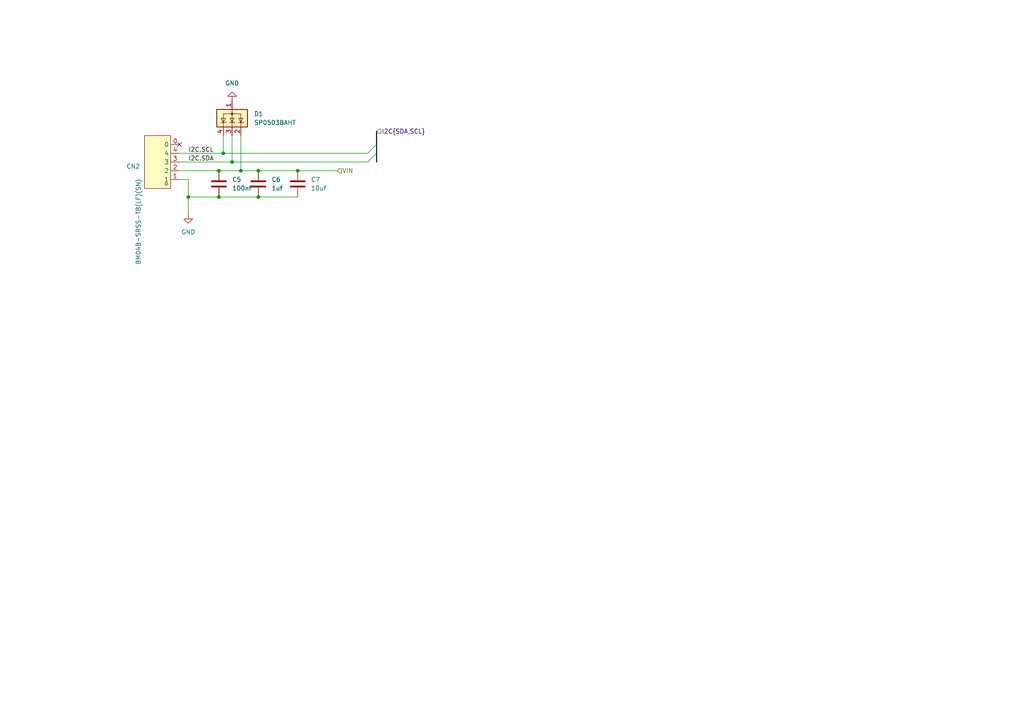
<source format=kicad_sch>
(kicad_sch (version 20250114) (generator "eeschema") (generator_version "9.0")
  (paper "A4")
  (lib_symbols
    (symbol "Device:C" (pin_numbers (hide yes)) (pin_names (offset 0.254))
      (property "Reference" "C" (at 0.635 2.54 0))
      (property "Value" "C" (at 0.635 -2.54 0))
      (symbol "C_0_1"
        (polyline (pts (xy -2.032 0.762) (xy 2.032 0.762)) (stroke (width 0.508)))
        (polyline (pts (xy -2.032 -0.762) (xy 2.032 -0.762)) (stroke (width 0.508)))
      )
      (symbol "C_1_1"
        (pin passive line (at 0 3.81 270) (length 2.794) (name "~") (number "1"))
        (pin passive line (at 0 -3.81 90) (length 2.794) (name "~") (number "2"))
      )
    )
    (symbol "Power_Protection:SP0503BAHT" (pin_names (hide yes))
      (property "Reference" "D" (at 5.715 2.54 0))
      (property "Value" "SP0503BAHT" (at 5.715 0.635 0))
      (symbol "SP0503BAHT_0_0"
        (pin passive line (at 0 -5.08 90) (length 2.54) (name "A") (number "1"))
      )
      (symbol "SP0503BAHT_0_1"
        (rectangle (start -4.445 2.54) (end 4.445 -2.54) (stroke (width 0.254)) (fill (type background)))
        (polyline (pts (xy -3.302 1.016) (xy -3.302 1.27) (xy -1.905 1.27) (xy -1.778 1.27)))
        (polyline (pts (xy -2.54 2.54) (xy -2.54 1.27)))
        (polyline (pts (xy -2.54 1.27) (xy -2.54 -1.27) (xy 2.54 -1.27) (xy 2.54 1.27)))
        (polyline (pts (xy -2.54 1.27) (xy -1.905 0) (xy -3.175 0) (xy -2.54 1.27)))
        (polyline (pts (xy 0 2.54) (xy 0 1.27)))
        (polyline (pts (xy 0 -1.27) (xy 0 1.27)))
        (polyline (pts (xy 0 -1.27) (xy 0 -2.54)))
        (circle (center 0 -1.27) (radius 0.254) (fill (type outline)))
        (polyline (pts (xy 0.635 1.27) (xy 0.762 1.27)))
        (polyline (pts (xy 0.635 1.27) (xy -0.762 1.27) (xy -0.762 1.016)))
        (polyline (pts (xy 0.635 0) (xy -0.635 0) (xy 0 1.27) (xy 0.635 0)))
        (polyline (pts (xy 1.778 1.016) (xy 1.778 1.27) (xy 3.175 1.27) (xy 3.302 1.27)))
        (polyline (pts (xy 2.54 2.54) (xy 2.54 1.27)))
        (polyline (pts (xy 2.54 1.27) (xy 1.905 0) (xy 3.175 0) (xy 2.54 1.27)))
      )
      (symbol "SP0503BAHT_1_1"
        (pin passive line (at -2.54 5.08 270) (length 2.54) (name "K") (number "2"))
        (pin passive line (at 0 5.08 270) (length 2.54) (name "K") (number "3"))
        (pin passive line (at 2.54 5.08 270) (length 2.54) (name "K") (number "4"))
      )
    )
    (symbol "easyeda2kicad:BM04B-SRSS-TB(LF)(SN)"
      (property "Reference" "CN" (at 0 10.16 0))
      (property "Value" "BM04B-SRSS-TB(LF)(SN)" (at 0 -10.16 0))
      (symbol "BM04B-SRSS-TB(LF)(SN)_0_1"
        (rectangle (start -2.54 7.62) (end 5.08 -7.62) (fill (type background)))
        (circle (center -1.27 6.35) (radius 0.38))
        (pin unspecified line (at -5.08 5.08 0) (length 2.54) (name "1") (number "1"))
        (pin unspecified line (at -5.08 2.54 0) (length 2.54) (name "2") (number "2"))
        (pin unspecified line (at -5.08 0 0) (length 2.54) (name "3") (number "3"))
        (pin unspecified line (at -5.08 -2.54 0) (length 2.54) (name "4") (number "4"))
        (pin unspecified line (at -5.08 -5.08 0) (length 2.54) (name "0") (number "0"))
      )
    )
    (symbol "power:GND" (power) (pin_numbers (hide yes)) (pin_names (offset 0) (hide yes))
      (property "Value" "GND" (at 0 -3.81 0))
      (symbol "GND_0_1"
        (polyline (pts (xy 0 0) (xy 0 -1.27) (xy 1.27 -1.27) (xy 0 -2.54) (xy -1.27 -1.27) (xy 0 -1.27)))
      )
      (symbol "GND_1_1"
        (pin power_in line (at 0 0 270) (length 0) (name "~") (number "1"))
      )
    )
  )
  (junction (at 69.85 49.53))
  (junction (at 64.77 44.45))
  (junction (at 63.5 49.53))
  (junction (at 67.31 46.99))
  (junction (at 63.5 57.15))
  (junction (at 74.93 57.15))
  (junction (at 86.36 49.53))
  (junction (at 54.61 57.15))
  (junction (at 74.93 49.53))
  (no_connect (at 52.07 41.91))
  (bus_entry (at 109.22 41.91) (size -2.54 2.54))
  (bus_entry (at 109.22 44.45) (size -2.54 2.54))
  (wire (pts (xy 54.61 57.15) (xy 54.61 52.07)))
  (wire (pts (xy 86.36 49.53) (xy 97.79 49.53)))
  (wire (pts (xy 52.07 46.99) (xy 67.31 46.99)))
  (wire (pts (xy 63.5 49.53) (xy 69.85 49.53)))
  (wire (pts (xy 64.77 39.37) (xy 64.77 44.45)))
  (wire (pts (xy 69.85 39.37) (xy 69.85 49.53)))
  (wire (pts (xy 52.07 44.45) (xy 64.77 44.45)))
  (wire (pts (xy 74.93 57.15) (xy 86.36 57.15)))
  (wire (pts (xy 54.61 52.07) (xy 52.07 52.07)))
  (wire (pts (xy 52.07 49.53) (xy 63.5 49.53)))
  (wire (pts (xy 64.77 44.45) (xy 106.68 44.45)))
  (bus (pts (xy 109.22 38.1) (xy 109.22 41.91)))
  (wire (pts (xy 67.31 39.37) (xy 67.31 46.99)))
  (wire (pts (xy 74.93 49.53) (xy 86.36 49.53)))
  (wire (pts (xy 54.61 57.15) (xy 63.5 57.15)))
  (wire (pts (xy 63.5 57.15) (xy 74.93 57.15)))
  (bus (pts (xy 109.22 41.91) (xy 109.22 44.45)))
  (wire (pts (xy 67.31 46.99) (xy 106.68 46.99)))
  (wire (pts (xy 54.61 62.23) (xy 54.61 57.15)))
  (wire (pts (xy 69.85 49.53) (xy 74.93 49.53)))
  (bus (pts (xy 109.22 44.45) (xy 109.22 46.99)))
  (label "I2C.SCL" (at 54.61 44.45 0))
  (label "I2C.SDA" (at 54.61 46.99 0))
  (hierarchical_label "I2C{SDA,SCL}" (shape input) (at 109.22 38.1 0))
  (hierarchical_label "VIN" (shape input) (at 97.79 49.53 0))
  (symbol (lib_id "easyeda2kicad:BM04B-SRSS-TB(LF)(SN)") (at 46.99 46.99 180) (unit 1)
    (property "Reference" "CN2" (at 40.64 48.2601 0) (effects (justify left)))
    (property "Value" "BM04B-SRSS-TB(LF)(SN)" (at 40.132 51.816 90) (effects (justify left)))
    (property "Footprint" "easyeda2kicad:CONN-SMD_BM04B-SRSS-TB" (effects (hide yes)))
    (property "Datasheet" "https://lcsc.com/product-detail/Others_JST-Sales-America__JST-Sales-America-BM04B-SRSS-TB-LF-SN_C160390.html" (effects (hide yes)))
    (property "LCSC Part" "C160390" (effects (hide yes)))
  )
  (symbol (lib_id "Device:C") (at 74.93 53.34 0) (unit 1)
    (property "Reference" "C6" (at 78.74 52.0699 0) (effects (justify left)))
    (property "Value" "1uf" (at 78.74 54.6099 0) (effects (justify left)))
    (property "Footprint" "Capacitor_SMD:C_0603_1608Metric" (effects (hide yes)))
    (property "Description" "Unpolarized capacitor" (effects (hide yes)))
  )
  (symbol (lib_id "Device:C") (at 63.5 53.34 0) (unit 1)
    (property "Reference" "C5" (at 67.31 52.0699 0) (effects (justify left)))
    (property "Value" "100nf" (at 67.31 54.6099 0) (effects (justify left)))
    (property "Footprint" "Capacitor_SMD:C_0603_1608Metric" (effects (hide yes)))
    (property "Description" "Unpolarized capacitor" (effects (hide yes)))
  )
  (symbol (lib_id "power:GND") (at 67.31 29.21 180) (unit 1)
    (property "Reference" "#PWR07" (effects (hide yes)))
    (property "Value" "GND" (at 67.31 24.13 0))
    (property "Description" "Power symbol creates a global label with name \"GND\" , ground" (effects (hide yes)))
  )
  (symbol (lib_id "Power_Protection:SP0503BAHT") (at 67.31 34.29 180) (unit 1)
    (property "Reference" "D1" (at 73.66 33.0199 0) (effects (justify right)))
    (property "Value" "SP0503BAHT" (at 73.66 35.5599 0) (effects (justify right)))
    (property "Footprint" "Package_TO_SOT_SMD:SOT-143" (effects (hide yes)))
    (property "Datasheet" "http://www.littelfuse.com/~/media/files/littelfuse/technical%20resources/documents/data%20sheets/sp05xxba.pdf" (effects (hide yes)))
    (property "Description" "TVS Diode Array, 5.5V Standoff, 3 Channels, SOT-143 package" (effects (hide yes)))
  )
  (symbol (lib_id "power:GND") (at 54.61 62.23 0) (unit 1)
    (property "Reference" "#PWR06" (effects (hide yes)))
    (property "Value" "GND" (at 54.61 67.31 0))
    (property "Description" "Power symbol creates a global label with name \"GND\" , ground" (effects (hide yes)))
  )
  (symbol (lib_id "Device:C") (at 86.36 53.34 0) (unit 1)
    (property "Reference" "C7" (at 90.17 52.0699 0) (effects (justify left)))
    (property "Value" "10uf" (at 90.17 54.6099 0) (effects (justify left)))
    (property "Footprint" "Capacitor_SMD:C_0603_1608Metric" (effects (hide yes)))
    (property "Description" "Unpolarized capacitor" (effects (hide yes)))
  )
)
</source>
